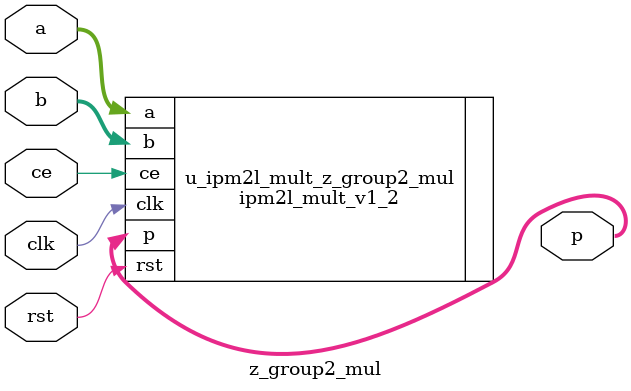
<source format=v>

`timescale 1ns/1ps
module z_group2_mul
( 
     ce  ,
     rst ,
     clk ,
     a   ,
     b   ,
     p
);



localparam ASIZE               = 37 ; //@IPC int 2,82

localparam BSIZE               = 51 ; //@IPC int 2,82

localparam A_SIGNED            = 0 ; //@IPC enum 0,1

localparam B_SIGNED            = 0 ; //@IPC enum 0,1

localparam ASYNC_RST           = 1 ; //@IPC enum 0,1

localparam OPTIMAL_TIMING      = 0 ; //@IPC enum 0,1

//tmp variable for ipc purpose 

localparam PIPE_STATUS         = 5 ; //@IPC enum 0,1,2,3,4,5

localparam ASYNC_RST_BOOL      = 1 ; //@IPC bool

localparam OPTIMAL_TIMING_BOOL = 0 ; //@IPC bool

localparam ADVANCED_BOOL       = 1 ; //@IPC bool

localparam XYREG               = 1 ; //@IPC bool

localparam MREG                = 1 ; //@IPC bool

localparam PREG                = 0 ; //@IPC bool

localparam INREG               = 0 ; //@IPC bool

localparam OUTREG              = 0 ; //@IPC bool

localparam CPO_REG             = 14'b00000000101010 ; //@IPC string

//end of tmp variable
localparam  GRS_EN       = "FALSE"         ;  

localparam  PSIZE = ASIZE + BSIZE          ;  

input                 ce  ;
input                 rst ;
input                 clk ;
input  [ASIZE-1:0]    a   ;
input  [BSIZE-1:0]    b   ;
output [PSIZE-1:0]    p   ;

ipm2l_mult_v1_2
#(  
    .ASIZE           ( ASIZE            ),
    .BSIZE           ( BSIZE            ),
    .OPTIMAL_TIMING  ( OPTIMAL_TIMING   ), 

    .ADVANCED_BOOL   ( ADVANCED_BOOL    ),

    .INREG_EN        ( INREG            ),    
    .PIPEREG_EN_1    ( XYREG            ),     
    .PIPEREG_EN_2    ( MREG             ),
    .PIPEREG_EN_3    ( PREG             ),
    .OUTREG_EN       ( OUTREG           ),
    .CPO_REG         ( {1'b0,CPO_REG}   ),
    .PIPE_STATUS     ( PIPE_STATUS      ),

    .GRS_EN          ( GRS_EN           ),  
    .A_SIGNED        ( A_SIGNED         ),     
    .B_SIGNED        ( B_SIGNED         ),     
    .ASYNC_RST       ( ASYNC_RST        )      
)u_ipm2l_mult_z_group2_mul
(
    .ce              ( ce     ),
    .rst             ( rst    ),
    .clk             ( clk    ),
    .a               ( a      ),
    .b               ( b      ),
    .p               ( p      )
);

endmodule

</source>
